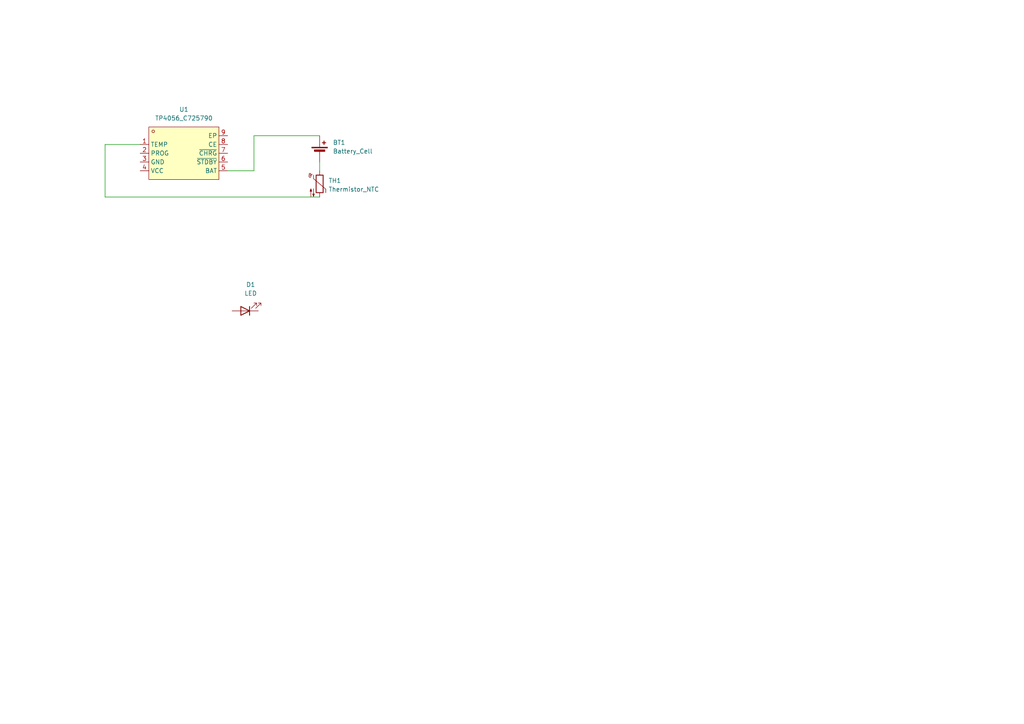
<source format=kicad_sch>
(kicad_sch (version 20231120) (generator "eeschema") (generator_version "8.0")
  (paper "A4")
  (lib_symbols
    (symbol "Device:Battery_Cell" (pin_numbers hide) (pin_names (offset 0) hide)
      (property "Reference" "BT" (at 2.54 2.54 0))
      (property "Value" "Battery_Cell" (at 2.54 0 0))
      (symbol "Battery_Cell_0_1"
        (rectangle (start -2.286 1.778) (end 2.286 1.524) (fill (type outline)))
        (rectangle (start -1.524 1.016) (end 1.524 0.508) (fill (type outline)))
        (polyline (pts (xy 0 0.762) (xy 0 0)))
        (polyline (pts (xy 0 1.778) (xy 0 2.54)))
        (polyline (pts (xy 0.762 3.048) (xy 1.778 3.048)) (stroke (width 0.254)))
        (polyline (pts (xy 1.27 3.556) (xy 1.27 2.54)) (stroke (width 0.254)))
      )
      (symbol "Battery_Cell_1_1"
        (pin passive line (at 0 5.08 270) (length 2.54) (name "+") (number "1"))
        (pin passive line (at 0 -2.54 90) (length 2.54) (name "-") (number "2"))
      )
    )
    (symbol "Device:LED" (pin_numbers hide) (pin_names (offset 1.016) hide)
      (property "Reference" "D" (at 0 2.54 0))
      (property "Value" "LED" (at 0 -2.54 0))
      (symbol "LED_0_1"
        (polyline (pts (xy -1.27 -1.27) (xy -1.27 1.27)) (stroke (width 0.254)))
        (polyline (pts (xy -1.27 0) (xy 1.27 0)))
        (polyline (pts (xy 1.27 -1.27) (xy 1.27 1.27) (xy -1.27 0) (xy 1.27 -1.27)) (stroke (width 0.254)))
        (polyline (pts (xy -3.048 -0.762) (xy -4.572 -2.286) (xy -3.81 -2.286) (xy -4.572 -2.286) (xy -4.572 -1.524)))
        (polyline (pts (xy -1.778 -0.762) (xy -3.302 -2.286) (xy -2.54 -2.286) (xy -3.302 -2.286) (xy -3.302 -1.524)))
      )
      (symbol "LED_1_1"
        (pin passive line (at -3.81 0 0) (length 2.54) (name "K") (number "1"))
        (pin passive line (at 3.81 0 180) (length 2.54) (name "A") (number "2"))
      )
    )
    (symbol "Device:Thermistor_NTC" (pin_numbers hide) (pin_names (offset 0))
      (property "Reference" "TH" (at -4.445 0 90))
      (property "Value" "Thermistor_NTC" (at 3.175 0 90))
      (symbol "Thermistor_NTC_0_1"
        (arc (start -3.048 2.159) (mid -3.0495 2.3143) (end -3.175 2.413))
        (arc (start -3.048 2.159) (mid -2.9736 1.9794) (end -2.794 1.905))
        (arc (start -3.048 2.794) (mid -2.9736 2.6144) (end -2.794 2.54))
        (arc (start -2.794 1.905) (mid -2.6144 1.9794) (end -2.54 2.159))
        (arc (start -2.794 2.54) (mid -2.4393 2.5587) (end -2.159 2.794))
        (arc (start -2.794 3.048) (mid -2.9736 2.9736) (end -3.048 2.794))
        (arc (start -2.54 2.794) (mid -2.6144 2.9736) (end -2.794 3.048))
        (rectangle (start -1.016 2.54) (end 1.016 -2.54) (stroke (width 0.254)))
        (polyline (pts (xy -2.54 2.159) (xy -2.54 2.794)))
        (polyline (pts (xy -1.778 2.54) (xy -1.778 1.524) (xy 1.778 -1.524) (xy 1.778 -2.54)))
        (polyline (pts (xy -2.54 -3.683) (xy -2.54 -1.397) (xy -2.794 -2.159) (xy -2.286 -2.159) (xy -2.54 -1.397) (xy -2.54 -1.651)) (fill (type outline)))
        (polyline (pts (xy -1.778 -1.397) (xy -1.778 -3.683) (xy -2.032 -2.921) (xy -1.524 -2.921) (xy -1.778 -3.683) (xy -1.778 -3.429)) (fill (type outline)))
      )
      (symbol "Thermistor_NTC_1_1"
        (pin passive line (at 0 3.81 270) (length 1.27) (name "~") (number "1"))
        (pin passive line (at 0 -3.81 90) (length 1.27) (name "~") (number "2"))
      )
    )
    (symbol "easyeda2kicad:TP4056_C725790"
      (property "Reference" "U" (at 0 10.16 0))
      (property "Value" "TP4056_C725790" (at 0 -10.16 0))
      (symbol "TP4056_C725790_0_1"
        (rectangle (start -10.16 7.62) (end 10.16 -7.62) (fill (type background)))
        (circle (center -8.89 6.35) (radius 0.38))
        (pin unspecified line (at -12.7 2.54 0) (length 2.54) (name "TEMP") (number "1"))
        (pin unspecified line (at -12.7 0 0) (length 2.54) (name "PROG") (number "2"))
        (pin unspecified line (at -12.7 -2.54 0) (length 2.54) (name "GND") (number "3"))
        (pin unspecified line (at -12.7 -5.08 0) (length 2.54) (name "VCC") (number "4"))
        (pin unspecified line (at 12.7 -5.08 180) (length 2.54) (name "BAT") (number "5"))
        (pin unspecified line (at 12.7 -2.54 180) (length 2.54) (name "~{STDBY}") (number "6"))
        (pin unspecified line (at 12.7 0 180) (length 2.54) (name "~{CHRG}") (number "7"))
        (pin unspecified line (at 12.7 2.54 180) (length 2.54) (name "CE") (number "8"))
        (pin unspecified line (at 12.7 5.08 180) (length 2.54) (name "EP") (number "9"))
      )
    )
  )
  (wire (pts (xy 92.71 39.37) (xy 73.66 39.37)))
  (wire (pts (xy 92.71 57.15) (xy 30.48 57.15)))
  (wire (pts (xy 30.48 57.15) (xy 30.48 41.91)))
  (wire (pts (xy 73.66 49.53) (xy 66.04 49.53)))
  (wire (pts (xy 92.71 46.99) (xy 92.71 49.53)))
  (wire (pts (xy 73.66 39.37) (xy 73.66 49.53)))
  (wire (pts (xy 30.48 41.91) (xy 40.64 41.91)))
  (symbol (lib_id "Device:Battery_Cell") (at 92.71 44.45 0) (unit 1)
    (property "Reference" "BT1" (at 96.52 41.3384 0) (effects (justify left)))
    (property "Value" "Battery_Cell" (at 96.52 43.8784 0) (effects (justify left)))
    (property "Description" "Single-cell battery" (effects (hide yes)))
  )
  (symbol (lib_id "easyeda2kicad:TP4056_C725790") (at 53.34 44.45 0) (unit 1)
    (property "Reference" "U1" (at 53.34 31.75 0))
    (property "Value" "TP4056_C725790" (at 53.34 34.29 0))
    (property "Footprint" "easyeda2kicad:ESOP-8_L4.9-W3.9-P1.27-LS6.0-BL-EP" (effects (hide yes)))
    (property "Datasheet" "https://lcsc.com/product-detail/PMIC-Battery-Management_UMW-Youtai-Semiconductor-Co-Ltd-TP4056_C725790.html" (effects (hide yes)))
    (property "LCSC Part" "C725790" (effects (hide yes)))
  )
  (symbol (lib_id "Device:Thermistor_NTC") (at 92.71 53.34 0) (unit 1)
    (property "Reference" "TH1" (at 95.25 52.3874 0) (effects (justify left)))
    (property "Value" "Thermistor_NTC" (at 95.25 54.9274 0) (effects (justify left)))
    (property "Description" "Temperature dependent resistor, negative temperature coefficient" (effects (hide yes)))
  )
  (symbol (lib_id "Device:LED") (at 71.12 90.17 180) (unit 1)
    (property "Reference" "D1" (at 72.7075 82.55 0))
    (property "Value" "LED" (at 72.7075 85.09 0))
    (property "Footprint" "LED_SMD:LED_PLCC_2835" (effects (hide yes)))
    (property "Description" "Light emitting diode" (effects (hide yes)))
  )
)
</source>
